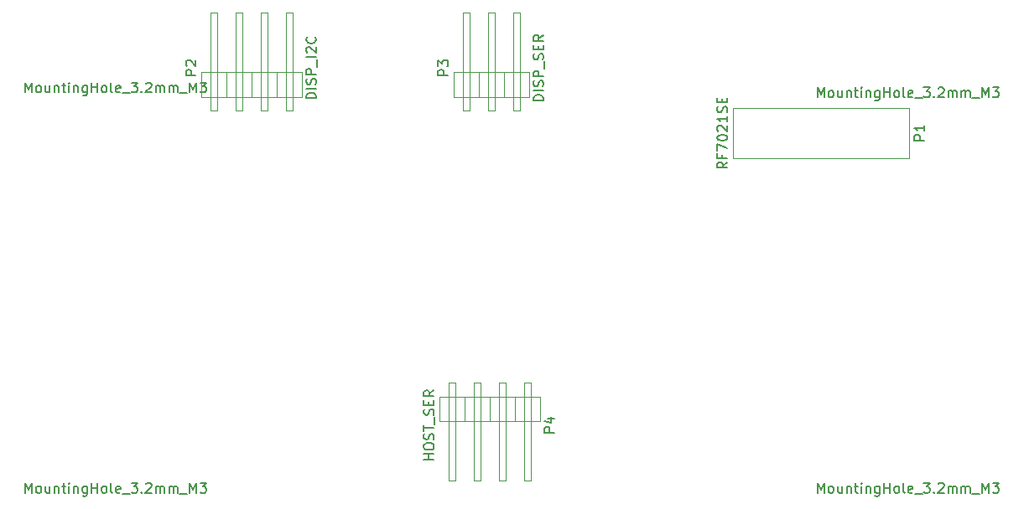
<source format=gbr>
G04 #@! TF.FileFunction,Other,Fab,Top*
%FSLAX46Y46*%
G04 Gerber Fmt 4.6, Leading zero omitted, Abs format (unit mm)*
G04 Created by KiCad (PCBNEW 4.0.6) date Thursday, 29 June 2017 'AMt' 11:53:14*
%MOMM*%
%LPD*%
G01*
G04 APERTURE LIST*
%ADD10C,0.100000*%
%ADD11C,0.150000*%
G04 APERTURE END LIST*
D10*
X112650000Y-44600000D02*
X115190000Y-44600000D01*
X115190000Y-44600000D02*
X115190000Y-42100000D01*
X115190000Y-42100000D02*
X112650000Y-42100000D01*
X112650000Y-42100000D02*
X112650000Y-44600000D01*
X113600000Y-46000000D02*
X114240000Y-46000000D01*
X114240000Y-46000000D02*
X114240000Y-36100000D01*
X114240000Y-36100000D02*
X113600000Y-36100000D01*
X113600000Y-36100000D02*
X113600000Y-46000000D01*
X115190000Y-44600000D02*
X117730000Y-44600000D01*
X117730000Y-44600000D02*
X117730000Y-42100000D01*
X117730000Y-42100000D02*
X115190000Y-42100000D01*
X115190000Y-42100000D02*
X115190000Y-44600000D01*
X116140000Y-46000000D02*
X116780000Y-46000000D01*
X116780000Y-46000000D02*
X116780000Y-36100000D01*
X116780000Y-36100000D02*
X116140000Y-36100000D01*
X116140000Y-36100000D02*
X116140000Y-46000000D01*
X117730000Y-44600000D02*
X120270000Y-44600000D01*
X120270000Y-44600000D02*
X120270000Y-42100000D01*
X120270000Y-42100000D02*
X117730000Y-42100000D01*
X117730000Y-42100000D02*
X117730000Y-44600000D01*
X118680000Y-46000000D02*
X119320000Y-46000000D01*
X119320000Y-46000000D02*
X119320000Y-36100000D01*
X119320000Y-36100000D02*
X118680000Y-36100000D01*
X118680000Y-36100000D02*
X118680000Y-46000000D01*
X120270000Y-44600000D02*
X122810000Y-44600000D01*
X122810000Y-44600000D02*
X122810000Y-42100000D01*
X122810000Y-42100000D02*
X120270000Y-42100000D01*
X120270000Y-42100000D02*
X120270000Y-44600000D01*
X121220000Y-46000000D02*
X121860000Y-46000000D01*
X121860000Y-46000000D02*
X121860000Y-36100000D01*
X121860000Y-36100000D02*
X121220000Y-36100000D01*
X121220000Y-36100000D02*
X121220000Y-46000000D01*
X184150000Y-45720000D02*
X166370000Y-45720000D01*
X166370000Y-45720000D02*
X166370000Y-50800000D01*
X166370000Y-50800000D02*
X184150000Y-50800000D01*
X184150000Y-50800000D02*
X184150000Y-45720000D01*
X138130000Y-44600000D02*
X140670000Y-44600000D01*
X140670000Y-44600000D02*
X140670000Y-42100000D01*
X140670000Y-42100000D02*
X138130000Y-42100000D01*
X138130000Y-42100000D02*
X138130000Y-44600000D01*
X139080000Y-46000000D02*
X139720000Y-46000000D01*
X139720000Y-46000000D02*
X139720000Y-36100000D01*
X139720000Y-36100000D02*
X139080000Y-36100000D01*
X139080000Y-36100000D02*
X139080000Y-46000000D01*
X140670000Y-44600000D02*
X143210000Y-44600000D01*
X143210000Y-44600000D02*
X143210000Y-42100000D01*
X143210000Y-42100000D02*
X140670000Y-42100000D01*
X140670000Y-42100000D02*
X140670000Y-44600000D01*
X141620000Y-46000000D02*
X142260000Y-46000000D01*
X142260000Y-46000000D02*
X142260000Y-36100000D01*
X142260000Y-36100000D02*
X141620000Y-36100000D01*
X141620000Y-36100000D02*
X141620000Y-46000000D01*
X143210000Y-44600000D02*
X145750000Y-44600000D01*
X145750000Y-44600000D02*
X145750000Y-42100000D01*
X145750000Y-42100000D02*
X143210000Y-42100000D01*
X143210000Y-42100000D02*
X143210000Y-44600000D01*
X144160000Y-46000000D02*
X144800000Y-46000000D01*
X144800000Y-46000000D02*
X144800000Y-36100000D01*
X144800000Y-36100000D02*
X144160000Y-36100000D01*
X144160000Y-36100000D02*
X144160000Y-46000000D01*
X146850000Y-74900000D02*
X144310000Y-74900000D01*
X144310000Y-74900000D02*
X144310000Y-77400000D01*
X144310000Y-77400000D02*
X146850000Y-77400000D01*
X146850000Y-77400000D02*
X146850000Y-74900000D01*
X145900000Y-73500000D02*
X145260000Y-73500000D01*
X145260000Y-73500000D02*
X145260000Y-83400000D01*
X145260000Y-83400000D02*
X145900000Y-83400000D01*
X145900000Y-83400000D02*
X145900000Y-73500000D01*
X144310000Y-74900000D02*
X141770000Y-74900000D01*
X141770000Y-74900000D02*
X141770000Y-77400000D01*
X141770000Y-77400000D02*
X144310000Y-77400000D01*
X144310000Y-77400000D02*
X144310000Y-74900000D01*
X143360000Y-73500000D02*
X142720000Y-73500000D01*
X142720000Y-73500000D02*
X142720000Y-83400000D01*
X142720000Y-83400000D02*
X143360000Y-83400000D01*
X143360000Y-83400000D02*
X143360000Y-73500000D01*
X141770000Y-74900000D02*
X139230000Y-74900000D01*
X139230000Y-74900000D02*
X139230000Y-77400000D01*
X139230000Y-77400000D02*
X141770000Y-77400000D01*
X141770000Y-77400000D02*
X141770000Y-74900000D01*
X140820000Y-73500000D02*
X140180000Y-73500000D01*
X140180000Y-73500000D02*
X140180000Y-83400000D01*
X140180000Y-83400000D02*
X140820000Y-83400000D01*
X140820000Y-83400000D02*
X140820000Y-73500000D01*
X139230000Y-74900000D02*
X136690000Y-74900000D01*
X136690000Y-74900000D02*
X136690000Y-77400000D01*
X136690000Y-77400000D02*
X139230000Y-77400000D01*
X139230000Y-77400000D02*
X139230000Y-74900000D01*
X138280000Y-73500000D02*
X137640000Y-73500000D01*
X137640000Y-73500000D02*
X137640000Y-83400000D01*
X137640000Y-83400000D02*
X138280000Y-83400000D01*
X138280000Y-83400000D02*
X138280000Y-73500000D01*
D11*
X124262381Y-44756428D02*
X123262381Y-44756428D01*
X123262381Y-44518333D01*
X123310000Y-44375475D01*
X123405238Y-44280237D01*
X123500476Y-44232618D01*
X123690952Y-44184999D01*
X123833810Y-44184999D01*
X124024286Y-44232618D01*
X124119524Y-44280237D01*
X124214762Y-44375475D01*
X124262381Y-44518333D01*
X124262381Y-44756428D01*
X124262381Y-43756428D02*
X123262381Y-43756428D01*
X124214762Y-43327857D02*
X124262381Y-43185000D01*
X124262381Y-42946904D01*
X124214762Y-42851666D01*
X124167143Y-42804047D01*
X124071905Y-42756428D01*
X123976667Y-42756428D01*
X123881429Y-42804047D01*
X123833810Y-42851666D01*
X123786190Y-42946904D01*
X123738571Y-43137381D01*
X123690952Y-43232619D01*
X123643333Y-43280238D01*
X123548095Y-43327857D01*
X123452857Y-43327857D01*
X123357619Y-43280238D01*
X123310000Y-43232619D01*
X123262381Y-43137381D01*
X123262381Y-42899285D01*
X123310000Y-42756428D01*
X124262381Y-42327857D02*
X123262381Y-42327857D01*
X123262381Y-41946904D01*
X123310000Y-41851666D01*
X123357619Y-41804047D01*
X123452857Y-41756428D01*
X123595714Y-41756428D01*
X123690952Y-41804047D01*
X123738571Y-41851666D01*
X123786190Y-41946904D01*
X123786190Y-42327857D01*
X124357619Y-41565952D02*
X124357619Y-40804047D01*
X124262381Y-40565952D02*
X123262381Y-40565952D01*
X123357619Y-40137381D02*
X123310000Y-40089762D01*
X123262381Y-39994524D01*
X123262381Y-39756428D01*
X123310000Y-39661190D01*
X123357619Y-39613571D01*
X123452857Y-39565952D01*
X123548095Y-39565952D01*
X123690952Y-39613571D01*
X124262381Y-40185000D01*
X124262381Y-39565952D01*
X124167143Y-38565952D02*
X124214762Y-38613571D01*
X124262381Y-38756428D01*
X124262381Y-38851666D01*
X124214762Y-38994524D01*
X124119524Y-39089762D01*
X124024286Y-39137381D01*
X123833810Y-39185000D01*
X123690952Y-39185000D01*
X123500476Y-39137381D01*
X123405238Y-39089762D01*
X123310000Y-38994524D01*
X123262381Y-38851666D01*
X123262381Y-38756428D01*
X123310000Y-38613571D01*
X123357619Y-38565952D01*
X112102381Y-42423095D02*
X111102381Y-42423095D01*
X111102381Y-42042142D01*
X111150000Y-41946904D01*
X111197619Y-41899285D01*
X111292857Y-41851666D01*
X111435714Y-41851666D01*
X111530952Y-41899285D01*
X111578571Y-41946904D01*
X111626190Y-42042142D01*
X111626190Y-42423095D01*
X111197619Y-41470714D02*
X111150000Y-41423095D01*
X111102381Y-41327857D01*
X111102381Y-41089761D01*
X111150000Y-40994523D01*
X111197619Y-40946904D01*
X111292857Y-40899285D01*
X111388095Y-40899285D01*
X111530952Y-40946904D01*
X112102381Y-41518333D01*
X112102381Y-40899285D01*
X165762381Y-51212381D02*
X165286190Y-51545715D01*
X165762381Y-51783810D02*
X164762381Y-51783810D01*
X164762381Y-51402857D01*
X164810000Y-51307619D01*
X164857619Y-51260000D01*
X164952857Y-51212381D01*
X165095714Y-51212381D01*
X165190952Y-51260000D01*
X165238571Y-51307619D01*
X165286190Y-51402857D01*
X165286190Y-51783810D01*
X165238571Y-50450476D02*
X165238571Y-50783810D01*
X165762381Y-50783810D02*
X164762381Y-50783810D01*
X164762381Y-50307619D01*
X164762381Y-50021905D02*
X164762381Y-49355238D01*
X165762381Y-49783810D01*
X164762381Y-48783810D02*
X164762381Y-48688571D01*
X164810000Y-48593333D01*
X164857619Y-48545714D01*
X164952857Y-48498095D01*
X165143333Y-48450476D01*
X165381429Y-48450476D01*
X165571905Y-48498095D01*
X165667143Y-48545714D01*
X165714762Y-48593333D01*
X165762381Y-48688571D01*
X165762381Y-48783810D01*
X165714762Y-48879048D01*
X165667143Y-48926667D01*
X165571905Y-48974286D01*
X165381429Y-49021905D01*
X165143333Y-49021905D01*
X164952857Y-48974286D01*
X164857619Y-48926667D01*
X164810000Y-48879048D01*
X164762381Y-48783810D01*
X164857619Y-48069524D02*
X164810000Y-48021905D01*
X164762381Y-47926667D01*
X164762381Y-47688571D01*
X164810000Y-47593333D01*
X164857619Y-47545714D01*
X164952857Y-47498095D01*
X165048095Y-47498095D01*
X165190952Y-47545714D01*
X165762381Y-48117143D01*
X165762381Y-47498095D01*
X165762381Y-46545714D02*
X165762381Y-47117143D01*
X165762381Y-46831429D02*
X164762381Y-46831429D01*
X164905238Y-46926667D01*
X165000476Y-47021905D01*
X165048095Y-47117143D01*
X165714762Y-46164762D02*
X165762381Y-46021905D01*
X165762381Y-45783809D01*
X165714762Y-45688571D01*
X165667143Y-45640952D01*
X165571905Y-45593333D01*
X165476667Y-45593333D01*
X165381429Y-45640952D01*
X165333810Y-45688571D01*
X165286190Y-45783809D01*
X165238571Y-45974286D01*
X165190952Y-46069524D01*
X165143333Y-46117143D01*
X165048095Y-46164762D01*
X164952857Y-46164762D01*
X164857619Y-46117143D01*
X164810000Y-46069524D01*
X164762381Y-45974286D01*
X164762381Y-45736190D01*
X164810000Y-45593333D01*
X165238571Y-45164762D02*
X165238571Y-44831428D01*
X165762381Y-44688571D02*
X165762381Y-45164762D01*
X164762381Y-45164762D01*
X164762381Y-44688571D01*
X185662381Y-48998095D02*
X184662381Y-48998095D01*
X184662381Y-48617142D01*
X184710000Y-48521904D01*
X184757619Y-48474285D01*
X184852857Y-48426666D01*
X184995714Y-48426666D01*
X185090952Y-48474285D01*
X185138571Y-48521904D01*
X185186190Y-48617142D01*
X185186190Y-48998095D01*
X185662381Y-47474285D02*
X185662381Y-48045714D01*
X185662381Y-47760000D02*
X184662381Y-47760000D01*
X184805238Y-47855238D01*
X184900476Y-47950476D01*
X184948095Y-48045714D01*
X147202381Y-44970714D02*
X146202381Y-44970714D01*
X146202381Y-44732619D01*
X146250000Y-44589761D01*
X146345238Y-44494523D01*
X146440476Y-44446904D01*
X146630952Y-44399285D01*
X146773810Y-44399285D01*
X146964286Y-44446904D01*
X147059524Y-44494523D01*
X147154762Y-44589761D01*
X147202381Y-44732619D01*
X147202381Y-44970714D01*
X147202381Y-43970714D02*
X146202381Y-43970714D01*
X147154762Y-43542143D02*
X147202381Y-43399286D01*
X147202381Y-43161190D01*
X147154762Y-43065952D01*
X147107143Y-43018333D01*
X147011905Y-42970714D01*
X146916667Y-42970714D01*
X146821429Y-43018333D01*
X146773810Y-43065952D01*
X146726190Y-43161190D01*
X146678571Y-43351667D01*
X146630952Y-43446905D01*
X146583333Y-43494524D01*
X146488095Y-43542143D01*
X146392857Y-43542143D01*
X146297619Y-43494524D01*
X146250000Y-43446905D01*
X146202381Y-43351667D01*
X146202381Y-43113571D01*
X146250000Y-42970714D01*
X147202381Y-42542143D02*
X146202381Y-42542143D01*
X146202381Y-42161190D01*
X146250000Y-42065952D01*
X146297619Y-42018333D01*
X146392857Y-41970714D01*
X146535714Y-41970714D01*
X146630952Y-42018333D01*
X146678571Y-42065952D01*
X146726190Y-42161190D01*
X146726190Y-42542143D01*
X147297619Y-41780238D02*
X147297619Y-41018333D01*
X147154762Y-40827857D02*
X147202381Y-40685000D01*
X147202381Y-40446904D01*
X147154762Y-40351666D01*
X147107143Y-40304047D01*
X147011905Y-40256428D01*
X146916667Y-40256428D01*
X146821429Y-40304047D01*
X146773810Y-40351666D01*
X146726190Y-40446904D01*
X146678571Y-40637381D01*
X146630952Y-40732619D01*
X146583333Y-40780238D01*
X146488095Y-40827857D01*
X146392857Y-40827857D01*
X146297619Y-40780238D01*
X146250000Y-40732619D01*
X146202381Y-40637381D01*
X146202381Y-40399285D01*
X146250000Y-40256428D01*
X146678571Y-39827857D02*
X146678571Y-39494523D01*
X147202381Y-39351666D02*
X147202381Y-39827857D01*
X146202381Y-39827857D01*
X146202381Y-39351666D01*
X147202381Y-38351666D02*
X146726190Y-38685000D01*
X147202381Y-38923095D02*
X146202381Y-38923095D01*
X146202381Y-38542142D01*
X146250000Y-38446904D01*
X146297619Y-38399285D01*
X146392857Y-38351666D01*
X146535714Y-38351666D01*
X146630952Y-38399285D01*
X146678571Y-38446904D01*
X146726190Y-38542142D01*
X146726190Y-38923095D01*
X137582381Y-42423095D02*
X136582381Y-42423095D01*
X136582381Y-42042142D01*
X136630000Y-41946904D01*
X136677619Y-41899285D01*
X136772857Y-41851666D01*
X136915714Y-41851666D01*
X137010952Y-41899285D01*
X137058571Y-41946904D01*
X137106190Y-42042142D01*
X137106190Y-42423095D01*
X136582381Y-41518333D02*
X136582381Y-40899285D01*
X136963333Y-41232619D01*
X136963333Y-41089761D01*
X137010952Y-40994523D01*
X137058571Y-40946904D01*
X137153810Y-40899285D01*
X137391905Y-40899285D01*
X137487143Y-40946904D01*
X137534762Y-40994523D01*
X137582381Y-41089761D01*
X137582381Y-41375476D01*
X137534762Y-41470714D01*
X137487143Y-41518333D01*
X136142381Y-81291191D02*
X135142381Y-81291191D01*
X135618571Y-81291191D02*
X135618571Y-80719762D01*
X136142381Y-80719762D02*
X135142381Y-80719762D01*
X135142381Y-80053096D02*
X135142381Y-79862619D01*
X135190000Y-79767381D01*
X135285238Y-79672143D01*
X135475714Y-79624524D01*
X135809048Y-79624524D01*
X135999524Y-79672143D01*
X136094762Y-79767381D01*
X136142381Y-79862619D01*
X136142381Y-80053096D01*
X136094762Y-80148334D01*
X135999524Y-80243572D01*
X135809048Y-80291191D01*
X135475714Y-80291191D01*
X135285238Y-80243572D01*
X135190000Y-80148334D01*
X135142381Y-80053096D01*
X136094762Y-79243572D02*
X136142381Y-79100715D01*
X136142381Y-78862619D01*
X136094762Y-78767381D01*
X136047143Y-78719762D01*
X135951905Y-78672143D01*
X135856667Y-78672143D01*
X135761429Y-78719762D01*
X135713810Y-78767381D01*
X135666190Y-78862619D01*
X135618571Y-79053096D01*
X135570952Y-79148334D01*
X135523333Y-79195953D01*
X135428095Y-79243572D01*
X135332857Y-79243572D01*
X135237619Y-79195953D01*
X135190000Y-79148334D01*
X135142381Y-79053096D01*
X135142381Y-78815000D01*
X135190000Y-78672143D01*
X135142381Y-78386429D02*
X135142381Y-77815000D01*
X136142381Y-78100715D02*
X135142381Y-78100715D01*
X136237619Y-77719762D02*
X136237619Y-76957857D01*
X136094762Y-76767381D02*
X136142381Y-76624524D01*
X136142381Y-76386428D01*
X136094762Y-76291190D01*
X136047143Y-76243571D01*
X135951905Y-76195952D01*
X135856667Y-76195952D01*
X135761429Y-76243571D01*
X135713810Y-76291190D01*
X135666190Y-76386428D01*
X135618571Y-76576905D01*
X135570952Y-76672143D01*
X135523333Y-76719762D01*
X135428095Y-76767381D01*
X135332857Y-76767381D01*
X135237619Y-76719762D01*
X135190000Y-76672143D01*
X135142381Y-76576905D01*
X135142381Y-76338809D01*
X135190000Y-76195952D01*
X135618571Y-75767381D02*
X135618571Y-75434047D01*
X136142381Y-75291190D02*
X136142381Y-75767381D01*
X135142381Y-75767381D01*
X135142381Y-75291190D01*
X136142381Y-74291190D02*
X135666190Y-74624524D01*
X136142381Y-74862619D02*
X135142381Y-74862619D01*
X135142381Y-74481666D01*
X135190000Y-74386428D01*
X135237619Y-74338809D01*
X135332857Y-74291190D01*
X135475714Y-74291190D01*
X135570952Y-74338809D01*
X135618571Y-74386428D01*
X135666190Y-74481666D01*
X135666190Y-74862619D01*
X148302381Y-78553095D02*
X147302381Y-78553095D01*
X147302381Y-78172142D01*
X147350000Y-78076904D01*
X147397619Y-78029285D01*
X147492857Y-77981666D01*
X147635714Y-77981666D01*
X147730952Y-78029285D01*
X147778571Y-78076904D01*
X147826190Y-78172142D01*
X147826190Y-78553095D01*
X147635714Y-77124523D02*
X148302381Y-77124523D01*
X147254762Y-77362619D02*
X147969048Y-77600714D01*
X147969048Y-76981666D01*
X94880952Y-44152381D02*
X94880952Y-43152381D01*
X95214286Y-43866667D01*
X95547619Y-43152381D01*
X95547619Y-44152381D01*
X96166666Y-44152381D02*
X96071428Y-44104762D01*
X96023809Y-44057143D01*
X95976190Y-43961905D01*
X95976190Y-43676190D01*
X96023809Y-43580952D01*
X96071428Y-43533333D01*
X96166666Y-43485714D01*
X96309524Y-43485714D01*
X96404762Y-43533333D01*
X96452381Y-43580952D01*
X96500000Y-43676190D01*
X96500000Y-43961905D01*
X96452381Y-44057143D01*
X96404762Y-44104762D01*
X96309524Y-44152381D01*
X96166666Y-44152381D01*
X97357143Y-43485714D02*
X97357143Y-44152381D01*
X96928571Y-43485714D02*
X96928571Y-44009524D01*
X96976190Y-44104762D01*
X97071428Y-44152381D01*
X97214286Y-44152381D01*
X97309524Y-44104762D01*
X97357143Y-44057143D01*
X97833333Y-43485714D02*
X97833333Y-44152381D01*
X97833333Y-43580952D02*
X97880952Y-43533333D01*
X97976190Y-43485714D01*
X98119048Y-43485714D01*
X98214286Y-43533333D01*
X98261905Y-43628571D01*
X98261905Y-44152381D01*
X98595238Y-43485714D02*
X98976190Y-43485714D01*
X98738095Y-43152381D02*
X98738095Y-44009524D01*
X98785714Y-44104762D01*
X98880952Y-44152381D01*
X98976190Y-44152381D01*
X99309524Y-44152381D02*
X99309524Y-43485714D01*
X99309524Y-43152381D02*
X99261905Y-43200000D01*
X99309524Y-43247619D01*
X99357143Y-43200000D01*
X99309524Y-43152381D01*
X99309524Y-43247619D01*
X99785714Y-43485714D02*
X99785714Y-44152381D01*
X99785714Y-43580952D02*
X99833333Y-43533333D01*
X99928571Y-43485714D01*
X100071429Y-43485714D01*
X100166667Y-43533333D01*
X100214286Y-43628571D01*
X100214286Y-44152381D01*
X101119048Y-43485714D02*
X101119048Y-44295238D01*
X101071429Y-44390476D01*
X101023810Y-44438095D01*
X100928571Y-44485714D01*
X100785714Y-44485714D01*
X100690476Y-44438095D01*
X101119048Y-44104762D02*
X101023810Y-44152381D01*
X100833333Y-44152381D01*
X100738095Y-44104762D01*
X100690476Y-44057143D01*
X100642857Y-43961905D01*
X100642857Y-43676190D01*
X100690476Y-43580952D01*
X100738095Y-43533333D01*
X100833333Y-43485714D01*
X101023810Y-43485714D01*
X101119048Y-43533333D01*
X101595238Y-44152381D02*
X101595238Y-43152381D01*
X101595238Y-43628571D02*
X102166667Y-43628571D01*
X102166667Y-44152381D02*
X102166667Y-43152381D01*
X102785714Y-44152381D02*
X102690476Y-44104762D01*
X102642857Y-44057143D01*
X102595238Y-43961905D01*
X102595238Y-43676190D01*
X102642857Y-43580952D01*
X102690476Y-43533333D01*
X102785714Y-43485714D01*
X102928572Y-43485714D01*
X103023810Y-43533333D01*
X103071429Y-43580952D01*
X103119048Y-43676190D01*
X103119048Y-43961905D01*
X103071429Y-44057143D01*
X103023810Y-44104762D01*
X102928572Y-44152381D01*
X102785714Y-44152381D01*
X103690476Y-44152381D02*
X103595238Y-44104762D01*
X103547619Y-44009524D01*
X103547619Y-43152381D01*
X104452382Y-44104762D02*
X104357144Y-44152381D01*
X104166667Y-44152381D01*
X104071429Y-44104762D01*
X104023810Y-44009524D01*
X104023810Y-43628571D01*
X104071429Y-43533333D01*
X104166667Y-43485714D01*
X104357144Y-43485714D01*
X104452382Y-43533333D01*
X104500001Y-43628571D01*
X104500001Y-43723810D01*
X104023810Y-43819048D01*
X104690477Y-44247619D02*
X105452382Y-44247619D01*
X105595239Y-43152381D02*
X106214287Y-43152381D01*
X105880953Y-43533333D01*
X106023811Y-43533333D01*
X106119049Y-43580952D01*
X106166668Y-43628571D01*
X106214287Y-43723810D01*
X106214287Y-43961905D01*
X106166668Y-44057143D01*
X106119049Y-44104762D01*
X106023811Y-44152381D01*
X105738096Y-44152381D01*
X105642858Y-44104762D01*
X105595239Y-44057143D01*
X106642858Y-44057143D02*
X106690477Y-44104762D01*
X106642858Y-44152381D01*
X106595239Y-44104762D01*
X106642858Y-44057143D01*
X106642858Y-44152381D01*
X107071429Y-43247619D02*
X107119048Y-43200000D01*
X107214286Y-43152381D01*
X107452382Y-43152381D01*
X107547620Y-43200000D01*
X107595239Y-43247619D01*
X107642858Y-43342857D01*
X107642858Y-43438095D01*
X107595239Y-43580952D01*
X107023810Y-44152381D01*
X107642858Y-44152381D01*
X108071429Y-44152381D02*
X108071429Y-43485714D01*
X108071429Y-43580952D02*
X108119048Y-43533333D01*
X108214286Y-43485714D01*
X108357144Y-43485714D01*
X108452382Y-43533333D01*
X108500001Y-43628571D01*
X108500001Y-44152381D01*
X108500001Y-43628571D02*
X108547620Y-43533333D01*
X108642858Y-43485714D01*
X108785715Y-43485714D01*
X108880953Y-43533333D01*
X108928572Y-43628571D01*
X108928572Y-44152381D01*
X109404762Y-44152381D02*
X109404762Y-43485714D01*
X109404762Y-43580952D02*
X109452381Y-43533333D01*
X109547619Y-43485714D01*
X109690477Y-43485714D01*
X109785715Y-43533333D01*
X109833334Y-43628571D01*
X109833334Y-44152381D01*
X109833334Y-43628571D02*
X109880953Y-43533333D01*
X109976191Y-43485714D01*
X110119048Y-43485714D01*
X110214286Y-43533333D01*
X110261905Y-43628571D01*
X110261905Y-44152381D01*
X110500000Y-44247619D02*
X111261905Y-44247619D01*
X111500000Y-44152381D02*
X111500000Y-43152381D01*
X111833334Y-43866667D01*
X112166667Y-43152381D01*
X112166667Y-44152381D01*
X112547619Y-43152381D02*
X113166667Y-43152381D01*
X112833333Y-43533333D01*
X112976191Y-43533333D01*
X113071429Y-43580952D01*
X113119048Y-43628571D01*
X113166667Y-43723810D01*
X113166667Y-43961905D01*
X113119048Y-44057143D01*
X113071429Y-44104762D01*
X112976191Y-44152381D01*
X112690476Y-44152381D01*
X112595238Y-44104762D01*
X112547619Y-44057143D01*
X94880952Y-84652381D02*
X94880952Y-83652381D01*
X95214286Y-84366667D01*
X95547619Y-83652381D01*
X95547619Y-84652381D01*
X96166666Y-84652381D02*
X96071428Y-84604762D01*
X96023809Y-84557143D01*
X95976190Y-84461905D01*
X95976190Y-84176190D01*
X96023809Y-84080952D01*
X96071428Y-84033333D01*
X96166666Y-83985714D01*
X96309524Y-83985714D01*
X96404762Y-84033333D01*
X96452381Y-84080952D01*
X96500000Y-84176190D01*
X96500000Y-84461905D01*
X96452381Y-84557143D01*
X96404762Y-84604762D01*
X96309524Y-84652381D01*
X96166666Y-84652381D01*
X97357143Y-83985714D02*
X97357143Y-84652381D01*
X96928571Y-83985714D02*
X96928571Y-84509524D01*
X96976190Y-84604762D01*
X97071428Y-84652381D01*
X97214286Y-84652381D01*
X97309524Y-84604762D01*
X97357143Y-84557143D01*
X97833333Y-83985714D02*
X97833333Y-84652381D01*
X97833333Y-84080952D02*
X97880952Y-84033333D01*
X97976190Y-83985714D01*
X98119048Y-83985714D01*
X98214286Y-84033333D01*
X98261905Y-84128571D01*
X98261905Y-84652381D01*
X98595238Y-83985714D02*
X98976190Y-83985714D01*
X98738095Y-83652381D02*
X98738095Y-84509524D01*
X98785714Y-84604762D01*
X98880952Y-84652381D01*
X98976190Y-84652381D01*
X99309524Y-84652381D02*
X99309524Y-83985714D01*
X99309524Y-83652381D02*
X99261905Y-83700000D01*
X99309524Y-83747619D01*
X99357143Y-83700000D01*
X99309524Y-83652381D01*
X99309524Y-83747619D01*
X99785714Y-83985714D02*
X99785714Y-84652381D01*
X99785714Y-84080952D02*
X99833333Y-84033333D01*
X99928571Y-83985714D01*
X100071429Y-83985714D01*
X100166667Y-84033333D01*
X100214286Y-84128571D01*
X100214286Y-84652381D01*
X101119048Y-83985714D02*
X101119048Y-84795238D01*
X101071429Y-84890476D01*
X101023810Y-84938095D01*
X100928571Y-84985714D01*
X100785714Y-84985714D01*
X100690476Y-84938095D01*
X101119048Y-84604762D02*
X101023810Y-84652381D01*
X100833333Y-84652381D01*
X100738095Y-84604762D01*
X100690476Y-84557143D01*
X100642857Y-84461905D01*
X100642857Y-84176190D01*
X100690476Y-84080952D01*
X100738095Y-84033333D01*
X100833333Y-83985714D01*
X101023810Y-83985714D01*
X101119048Y-84033333D01*
X101595238Y-84652381D02*
X101595238Y-83652381D01*
X101595238Y-84128571D02*
X102166667Y-84128571D01*
X102166667Y-84652381D02*
X102166667Y-83652381D01*
X102785714Y-84652381D02*
X102690476Y-84604762D01*
X102642857Y-84557143D01*
X102595238Y-84461905D01*
X102595238Y-84176190D01*
X102642857Y-84080952D01*
X102690476Y-84033333D01*
X102785714Y-83985714D01*
X102928572Y-83985714D01*
X103023810Y-84033333D01*
X103071429Y-84080952D01*
X103119048Y-84176190D01*
X103119048Y-84461905D01*
X103071429Y-84557143D01*
X103023810Y-84604762D01*
X102928572Y-84652381D01*
X102785714Y-84652381D01*
X103690476Y-84652381D02*
X103595238Y-84604762D01*
X103547619Y-84509524D01*
X103547619Y-83652381D01*
X104452382Y-84604762D02*
X104357144Y-84652381D01*
X104166667Y-84652381D01*
X104071429Y-84604762D01*
X104023810Y-84509524D01*
X104023810Y-84128571D01*
X104071429Y-84033333D01*
X104166667Y-83985714D01*
X104357144Y-83985714D01*
X104452382Y-84033333D01*
X104500001Y-84128571D01*
X104500001Y-84223810D01*
X104023810Y-84319048D01*
X104690477Y-84747619D02*
X105452382Y-84747619D01*
X105595239Y-83652381D02*
X106214287Y-83652381D01*
X105880953Y-84033333D01*
X106023811Y-84033333D01*
X106119049Y-84080952D01*
X106166668Y-84128571D01*
X106214287Y-84223810D01*
X106214287Y-84461905D01*
X106166668Y-84557143D01*
X106119049Y-84604762D01*
X106023811Y-84652381D01*
X105738096Y-84652381D01*
X105642858Y-84604762D01*
X105595239Y-84557143D01*
X106642858Y-84557143D02*
X106690477Y-84604762D01*
X106642858Y-84652381D01*
X106595239Y-84604762D01*
X106642858Y-84557143D01*
X106642858Y-84652381D01*
X107071429Y-83747619D02*
X107119048Y-83700000D01*
X107214286Y-83652381D01*
X107452382Y-83652381D01*
X107547620Y-83700000D01*
X107595239Y-83747619D01*
X107642858Y-83842857D01*
X107642858Y-83938095D01*
X107595239Y-84080952D01*
X107023810Y-84652381D01*
X107642858Y-84652381D01*
X108071429Y-84652381D02*
X108071429Y-83985714D01*
X108071429Y-84080952D02*
X108119048Y-84033333D01*
X108214286Y-83985714D01*
X108357144Y-83985714D01*
X108452382Y-84033333D01*
X108500001Y-84128571D01*
X108500001Y-84652381D01*
X108500001Y-84128571D02*
X108547620Y-84033333D01*
X108642858Y-83985714D01*
X108785715Y-83985714D01*
X108880953Y-84033333D01*
X108928572Y-84128571D01*
X108928572Y-84652381D01*
X109404762Y-84652381D02*
X109404762Y-83985714D01*
X109404762Y-84080952D02*
X109452381Y-84033333D01*
X109547619Y-83985714D01*
X109690477Y-83985714D01*
X109785715Y-84033333D01*
X109833334Y-84128571D01*
X109833334Y-84652381D01*
X109833334Y-84128571D02*
X109880953Y-84033333D01*
X109976191Y-83985714D01*
X110119048Y-83985714D01*
X110214286Y-84033333D01*
X110261905Y-84128571D01*
X110261905Y-84652381D01*
X110500000Y-84747619D02*
X111261905Y-84747619D01*
X111500000Y-84652381D02*
X111500000Y-83652381D01*
X111833334Y-84366667D01*
X112166667Y-83652381D01*
X112166667Y-84652381D01*
X112547619Y-83652381D02*
X113166667Y-83652381D01*
X112833333Y-84033333D01*
X112976191Y-84033333D01*
X113071429Y-84080952D01*
X113119048Y-84128571D01*
X113166667Y-84223810D01*
X113166667Y-84461905D01*
X113119048Y-84557143D01*
X113071429Y-84604762D01*
X112976191Y-84652381D01*
X112690476Y-84652381D01*
X112595238Y-84604762D01*
X112547619Y-84557143D01*
X174880952Y-84652381D02*
X174880952Y-83652381D01*
X175214286Y-84366667D01*
X175547619Y-83652381D01*
X175547619Y-84652381D01*
X176166666Y-84652381D02*
X176071428Y-84604762D01*
X176023809Y-84557143D01*
X175976190Y-84461905D01*
X175976190Y-84176190D01*
X176023809Y-84080952D01*
X176071428Y-84033333D01*
X176166666Y-83985714D01*
X176309524Y-83985714D01*
X176404762Y-84033333D01*
X176452381Y-84080952D01*
X176500000Y-84176190D01*
X176500000Y-84461905D01*
X176452381Y-84557143D01*
X176404762Y-84604762D01*
X176309524Y-84652381D01*
X176166666Y-84652381D01*
X177357143Y-83985714D02*
X177357143Y-84652381D01*
X176928571Y-83985714D02*
X176928571Y-84509524D01*
X176976190Y-84604762D01*
X177071428Y-84652381D01*
X177214286Y-84652381D01*
X177309524Y-84604762D01*
X177357143Y-84557143D01*
X177833333Y-83985714D02*
X177833333Y-84652381D01*
X177833333Y-84080952D02*
X177880952Y-84033333D01*
X177976190Y-83985714D01*
X178119048Y-83985714D01*
X178214286Y-84033333D01*
X178261905Y-84128571D01*
X178261905Y-84652381D01*
X178595238Y-83985714D02*
X178976190Y-83985714D01*
X178738095Y-83652381D02*
X178738095Y-84509524D01*
X178785714Y-84604762D01*
X178880952Y-84652381D01*
X178976190Y-84652381D01*
X179309524Y-84652381D02*
X179309524Y-83985714D01*
X179309524Y-83652381D02*
X179261905Y-83700000D01*
X179309524Y-83747619D01*
X179357143Y-83700000D01*
X179309524Y-83652381D01*
X179309524Y-83747619D01*
X179785714Y-83985714D02*
X179785714Y-84652381D01*
X179785714Y-84080952D02*
X179833333Y-84033333D01*
X179928571Y-83985714D01*
X180071429Y-83985714D01*
X180166667Y-84033333D01*
X180214286Y-84128571D01*
X180214286Y-84652381D01*
X181119048Y-83985714D02*
X181119048Y-84795238D01*
X181071429Y-84890476D01*
X181023810Y-84938095D01*
X180928571Y-84985714D01*
X180785714Y-84985714D01*
X180690476Y-84938095D01*
X181119048Y-84604762D02*
X181023810Y-84652381D01*
X180833333Y-84652381D01*
X180738095Y-84604762D01*
X180690476Y-84557143D01*
X180642857Y-84461905D01*
X180642857Y-84176190D01*
X180690476Y-84080952D01*
X180738095Y-84033333D01*
X180833333Y-83985714D01*
X181023810Y-83985714D01*
X181119048Y-84033333D01*
X181595238Y-84652381D02*
X181595238Y-83652381D01*
X181595238Y-84128571D02*
X182166667Y-84128571D01*
X182166667Y-84652381D02*
X182166667Y-83652381D01*
X182785714Y-84652381D02*
X182690476Y-84604762D01*
X182642857Y-84557143D01*
X182595238Y-84461905D01*
X182595238Y-84176190D01*
X182642857Y-84080952D01*
X182690476Y-84033333D01*
X182785714Y-83985714D01*
X182928572Y-83985714D01*
X183023810Y-84033333D01*
X183071429Y-84080952D01*
X183119048Y-84176190D01*
X183119048Y-84461905D01*
X183071429Y-84557143D01*
X183023810Y-84604762D01*
X182928572Y-84652381D01*
X182785714Y-84652381D01*
X183690476Y-84652381D02*
X183595238Y-84604762D01*
X183547619Y-84509524D01*
X183547619Y-83652381D01*
X184452382Y-84604762D02*
X184357144Y-84652381D01*
X184166667Y-84652381D01*
X184071429Y-84604762D01*
X184023810Y-84509524D01*
X184023810Y-84128571D01*
X184071429Y-84033333D01*
X184166667Y-83985714D01*
X184357144Y-83985714D01*
X184452382Y-84033333D01*
X184500001Y-84128571D01*
X184500001Y-84223810D01*
X184023810Y-84319048D01*
X184690477Y-84747619D02*
X185452382Y-84747619D01*
X185595239Y-83652381D02*
X186214287Y-83652381D01*
X185880953Y-84033333D01*
X186023811Y-84033333D01*
X186119049Y-84080952D01*
X186166668Y-84128571D01*
X186214287Y-84223810D01*
X186214287Y-84461905D01*
X186166668Y-84557143D01*
X186119049Y-84604762D01*
X186023811Y-84652381D01*
X185738096Y-84652381D01*
X185642858Y-84604762D01*
X185595239Y-84557143D01*
X186642858Y-84557143D02*
X186690477Y-84604762D01*
X186642858Y-84652381D01*
X186595239Y-84604762D01*
X186642858Y-84557143D01*
X186642858Y-84652381D01*
X187071429Y-83747619D02*
X187119048Y-83700000D01*
X187214286Y-83652381D01*
X187452382Y-83652381D01*
X187547620Y-83700000D01*
X187595239Y-83747619D01*
X187642858Y-83842857D01*
X187642858Y-83938095D01*
X187595239Y-84080952D01*
X187023810Y-84652381D01*
X187642858Y-84652381D01*
X188071429Y-84652381D02*
X188071429Y-83985714D01*
X188071429Y-84080952D02*
X188119048Y-84033333D01*
X188214286Y-83985714D01*
X188357144Y-83985714D01*
X188452382Y-84033333D01*
X188500001Y-84128571D01*
X188500001Y-84652381D01*
X188500001Y-84128571D02*
X188547620Y-84033333D01*
X188642858Y-83985714D01*
X188785715Y-83985714D01*
X188880953Y-84033333D01*
X188928572Y-84128571D01*
X188928572Y-84652381D01*
X189404762Y-84652381D02*
X189404762Y-83985714D01*
X189404762Y-84080952D02*
X189452381Y-84033333D01*
X189547619Y-83985714D01*
X189690477Y-83985714D01*
X189785715Y-84033333D01*
X189833334Y-84128571D01*
X189833334Y-84652381D01*
X189833334Y-84128571D02*
X189880953Y-84033333D01*
X189976191Y-83985714D01*
X190119048Y-83985714D01*
X190214286Y-84033333D01*
X190261905Y-84128571D01*
X190261905Y-84652381D01*
X190500000Y-84747619D02*
X191261905Y-84747619D01*
X191500000Y-84652381D02*
X191500000Y-83652381D01*
X191833334Y-84366667D01*
X192166667Y-83652381D01*
X192166667Y-84652381D01*
X192547619Y-83652381D02*
X193166667Y-83652381D01*
X192833333Y-84033333D01*
X192976191Y-84033333D01*
X193071429Y-84080952D01*
X193119048Y-84128571D01*
X193166667Y-84223810D01*
X193166667Y-84461905D01*
X193119048Y-84557143D01*
X193071429Y-84604762D01*
X192976191Y-84652381D01*
X192690476Y-84652381D01*
X192595238Y-84604762D01*
X192547619Y-84557143D01*
X174880952Y-44652381D02*
X174880952Y-43652381D01*
X175214286Y-44366667D01*
X175547619Y-43652381D01*
X175547619Y-44652381D01*
X176166666Y-44652381D02*
X176071428Y-44604762D01*
X176023809Y-44557143D01*
X175976190Y-44461905D01*
X175976190Y-44176190D01*
X176023809Y-44080952D01*
X176071428Y-44033333D01*
X176166666Y-43985714D01*
X176309524Y-43985714D01*
X176404762Y-44033333D01*
X176452381Y-44080952D01*
X176500000Y-44176190D01*
X176500000Y-44461905D01*
X176452381Y-44557143D01*
X176404762Y-44604762D01*
X176309524Y-44652381D01*
X176166666Y-44652381D01*
X177357143Y-43985714D02*
X177357143Y-44652381D01*
X176928571Y-43985714D02*
X176928571Y-44509524D01*
X176976190Y-44604762D01*
X177071428Y-44652381D01*
X177214286Y-44652381D01*
X177309524Y-44604762D01*
X177357143Y-44557143D01*
X177833333Y-43985714D02*
X177833333Y-44652381D01*
X177833333Y-44080952D02*
X177880952Y-44033333D01*
X177976190Y-43985714D01*
X178119048Y-43985714D01*
X178214286Y-44033333D01*
X178261905Y-44128571D01*
X178261905Y-44652381D01*
X178595238Y-43985714D02*
X178976190Y-43985714D01*
X178738095Y-43652381D02*
X178738095Y-44509524D01*
X178785714Y-44604762D01*
X178880952Y-44652381D01*
X178976190Y-44652381D01*
X179309524Y-44652381D02*
X179309524Y-43985714D01*
X179309524Y-43652381D02*
X179261905Y-43700000D01*
X179309524Y-43747619D01*
X179357143Y-43700000D01*
X179309524Y-43652381D01*
X179309524Y-43747619D01*
X179785714Y-43985714D02*
X179785714Y-44652381D01*
X179785714Y-44080952D02*
X179833333Y-44033333D01*
X179928571Y-43985714D01*
X180071429Y-43985714D01*
X180166667Y-44033333D01*
X180214286Y-44128571D01*
X180214286Y-44652381D01*
X181119048Y-43985714D02*
X181119048Y-44795238D01*
X181071429Y-44890476D01*
X181023810Y-44938095D01*
X180928571Y-44985714D01*
X180785714Y-44985714D01*
X180690476Y-44938095D01*
X181119048Y-44604762D02*
X181023810Y-44652381D01*
X180833333Y-44652381D01*
X180738095Y-44604762D01*
X180690476Y-44557143D01*
X180642857Y-44461905D01*
X180642857Y-44176190D01*
X180690476Y-44080952D01*
X180738095Y-44033333D01*
X180833333Y-43985714D01*
X181023810Y-43985714D01*
X181119048Y-44033333D01*
X181595238Y-44652381D02*
X181595238Y-43652381D01*
X181595238Y-44128571D02*
X182166667Y-44128571D01*
X182166667Y-44652381D02*
X182166667Y-43652381D01*
X182785714Y-44652381D02*
X182690476Y-44604762D01*
X182642857Y-44557143D01*
X182595238Y-44461905D01*
X182595238Y-44176190D01*
X182642857Y-44080952D01*
X182690476Y-44033333D01*
X182785714Y-43985714D01*
X182928572Y-43985714D01*
X183023810Y-44033333D01*
X183071429Y-44080952D01*
X183119048Y-44176190D01*
X183119048Y-44461905D01*
X183071429Y-44557143D01*
X183023810Y-44604762D01*
X182928572Y-44652381D01*
X182785714Y-44652381D01*
X183690476Y-44652381D02*
X183595238Y-44604762D01*
X183547619Y-44509524D01*
X183547619Y-43652381D01*
X184452382Y-44604762D02*
X184357144Y-44652381D01*
X184166667Y-44652381D01*
X184071429Y-44604762D01*
X184023810Y-44509524D01*
X184023810Y-44128571D01*
X184071429Y-44033333D01*
X184166667Y-43985714D01*
X184357144Y-43985714D01*
X184452382Y-44033333D01*
X184500001Y-44128571D01*
X184500001Y-44223810D01*
X184023810Y-44319048D01*
X184690477Y-44747619D02*
X185452382Y-44747619D01*
X185595239Y-43652381D02*
X186214287Y-43652381D01*
X185880953Y-44033333D01*
X186023811Y-44033333D01*
X186119049Y-44080952D01*
X186166668Y-44128571D01*
X186214287Y-44223810D01*
X186214287Y-44461905D01*
X186166668Y-44557143D01*
X186119049Y-44604762D01*
X186023811Y-44652381D01*
X185738096Y-44652381D01*
X185642858Y-44604762D01*
X185595239Y-44557143D01*
X186642858Y-44557143D02*
X186690477Y-44604762D01*
X186642858Y-44652381D01*
X186595239Y-44604762D01*
X186642858Y-44557143D01*
X186642858Y-44652381D01*
X187071429Y-43747619D02*
X187119048Y-43700000D01*
X187214286Y-43652381D01*
X187452382Y-43652381D01*
X187547620Y-43700000D01*
X187595239Y-43747619D01*
X187642858Y-43842857D01*
X187642858Y-43938095D01*
X187595239Y-44080952D01*
X187023810Y-44652381D01*
X187642858Y-44652381D01*
X188071429Y-44652381D02*
X188071429Y-43985714D01*
X188071429Y-44080952D02*
X188119048Y-44033333D01*
X188214286Y-43985714D01*
X188357144Y-43985714D01*
X188452382Y-44033333D01*
X188500001Y-44128571D01*
X188500001Y-44652381D01*
X188500001Y-44128571D02*
X188547620Y-44033333D01*
X188642858Y-43985714D01*
X188785715Y-43985714D01*
X188880953Y-44033333D01*
X188928572Y-44128571D01*
X188928572Y-44652381D01*
X189404762Y-44652381D02*
X189404762Y-43985714D01*
X189404762Y-44080952D02*
X189452381Y-44033333D01*
X189547619Y-43985714D01*
X189690477Y-43985714D01*
X189785715Y-44033333D01*
X189833334Y-44128571D01*
X189833334Y-44652381D01*
X189833334Y-44128571D02*
X189880953Y-44033333D01*
X189976191Y-43985714D01*
X190119048Y-43985714D01*
X190214286Y-44033333D01*
X190261905Y-44128571D01*
X190261905Y-44652381D01*
X190500000Y-44747619D02*
X191261905Y-44747619D01*
X191500000Y-44652381D02*
X191500000Y-43652381D01*
X191833334Y-44366667D01*
X192166667Y-43652381D01*
X192166667Y-44652381D01*
X192547619Y-43652381D02*
X193166667Y-43652381D01*
X192833333Y-44033333D01*
X192976191Y-44033333D01*
X193071429Y-44080952D01*
X193119048Y-44128571D01*
X193166667Y-44223810D01*
X193166667Y-44461905D01*
X193119048Y-44557143D01*
X193071429Y-44604762D01*
X192976191Y-44652381D01*
X192690476Y-44652381D01*
X192595238Y-44604762D01*
X192547619Y-44557143D01*
M02*

</source>
